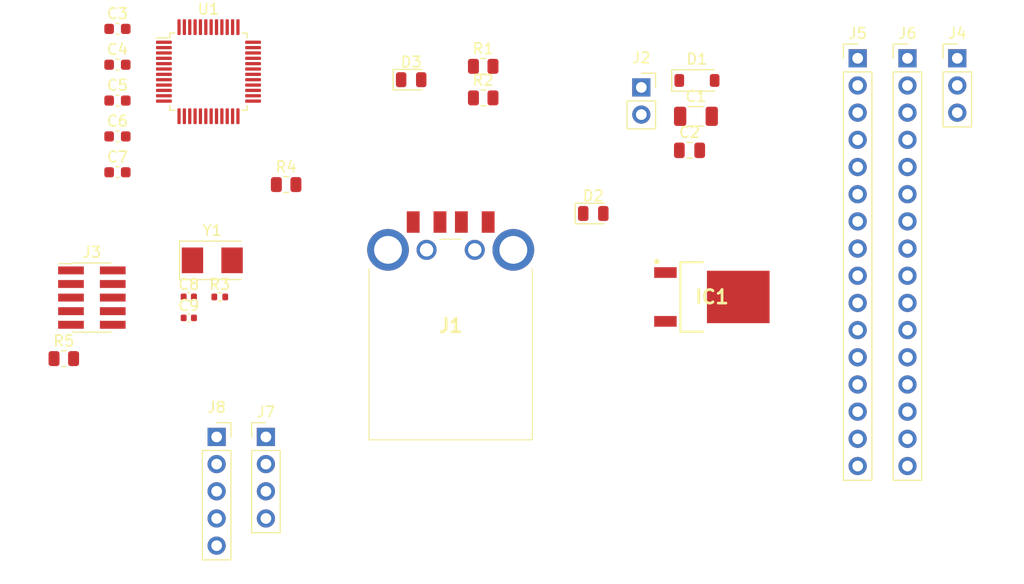
<source format=kicad_pcb>
(kicad_pcb (version 20221018) (generator pcbnew)
  (layers (0 "F.Cu" signal) (1 "In1.Cu" power) (2 "In2.Cu" power) (31 "B.Cu" signal) (34 "B.Paste" user) (35 "F.Paste" user) (36 "B.SilkS" user "B.Silkscreen") (37 "F.SilkS" user "F.Silkscreen") (38 "B.Mask" user) (39 "F.Mask" user) (44 "Edge.Cuts" user))
  (net 0 "")
  (net 1 "Net-(D1-K)")
  (net 2 "+3.3V")
  (net 3 "/USB_D-")
  (net 4 "GND")
  (net 9 "/3.3V")
  (net 10 "+5V")
  (net 11 "/USB_D+")
  (net 12 "PC13")
  (net 13 "PA13")
  (net 14 "Net-(U1-PD0)")
  (net 15 "Net-(C9-Pad1)")
  (net 16 "PA14")
  (net 17 "PB3")
  (net 18 "PA15")
  (net 19 "PC14")
  (net 20 "PC15")
  (net 21 "PB15")
  (net 22 "PB14")
  (net 23 "PB13")
  (net 24 "PB12")
  (net 25 "PB11")
  (net 26 "PB10")
  (net 27 "PB9")
  (net 28 "PB8")
  (net 29 "PB7")
  (net 30 "PB6")
  (net 31 "PB5")
  (net 32 "PB4")
  (net 33 "PB2")
  (net 34 "PB1")
  (net 35 "PB0")
  (net 36 "PA0")
  (net 37 "PA1")
  (net 38 "PA2")
  (net 40 "PA3")
  (net 41 "PA4")
  (net 42 "PA5")
  (net 43 "PA6")
  (net 44 "PA7")
  (net 46 "PA8")
  (net 47 "PA9")
  (net 48 "Net-(D3-K)")
  (net 49 "PA10")
  (net 50 "Net-(U1-PD1)")
  (net 51 "Net-(J3-Pin_10)")
  (net 52 "Net-(U1-BOOT0)")
  (footprint "Library:TO228P972X240-3N" (layer "F.Cu") (at 236.35 74.2)
    (fp_text reference "IC1" (at 0 0) (layer "F.SilkS") (effects (font (size 1.27 1.27) (thickness 0.254))))
    (fp_text value "LD1117DT33TR" hide)
    (fp_line (start -2.95 -3.25) (end -0.85 -3.25) (stroke (width 0.2)) (layer "F.SilkS"))
    (fp_line (start -2.95 3.25) (end -2.95 -3.25) (stroke (width 0.2)) (layer "F.SilkS"))
    (fp_line (start -0.85 3.25) (end -2.95 3.25) (stroke (width 0.2)) (layer "F.SilkS"))
    (fp_circle (center -5.15 -3.3) (end -5.15 -3.175) (stroke (width 0.25)) (fill none) (layer "F.SilkS"))
    (pad "1" smd rect (at -4.35 -2.28 90) (size 1 2.1) (layers "F.Cu" "F.Paste" "F.Mask") (net 4 "GND"))
    (pad "3" smd rect (at -4.35 2.28 90) (size 1 2.1) (layers "F.Cu" "F.Paste" "F.Mask") (net 1 "Net-(D1-K)"))
    (pad "4" smd rect (at 2.45 0 90) (size 4.9 5.85) (layers "F.Cu" "F.Paste" "F.Mask") (net 9 "/3.3V"))
  )
  (footprint "Capacitor_SMD:C_0603_1608Metric" (layer "F.Cu") (at 180.8375 59.2)
    (fp_text reference "C6" (at 0 -1.43) (layer "F.SilkS"))
    (fp_text value "100n")
    (fp_line (start -0.14058 -0.51) (end 0.14058 -0.51) (stroke (width 0.12)) (layer "F.SilkS"))
    (fp_line (start -0.14058 0.51) (end 0.14058 0.51) (stroke (width 0.12)) (layer "F.SilkS"))
    (pad "1" smd roundrect (at -0.775 0) (size 0.9 0.95) (layers "F.Cu" "F.Paste" "F.Mask") (net 2 "+3.3V"))
    (pad "2" smd roundrect (at 0.775 0) (size 0.9 0.95) (layers "F.Cu" "F.Paste" "F.Mask") (net 4 "GND"))
  )
  (footprint "Connector_PinHeader_2.54mm:PinHeader_1x16_P2.54mm_Vertical" (layer "F.Cu") (at 249.95 51.9)
    (fp_text reference "J5" (at 0 -2.33) (layer "F.SilkS"))
    (fp_text value "Conn_01x16_Pin")
    (fp_line (start -1.33 -1.33) (end 0 -1.33) (stroke (width 0.12)) (layer "F.SilkS"))
    (fp_line (start -1.33 0) (end -1.33 -1.33) (stroke (width 0.12)) (layer "F.SilkS"))
    (fp_line (start -1.33 1.27) (end -1.33 39.43) (stroke (width 0.12)) (layer "F.SilkS"))
    (fp_line (start -1.33 1.27) (end 1.33 1.27) (stroke (width 0.12)) (layer "F.SilkS"))
    (fp_line (start -1.33 39.43) (end 1.33 39.43) (stroke (width 0.12)) (layer "F.SilkS"))
    (fp_line (start 1.33 1.27) (end 1.33 39.43) (stroke (width 0.12)) (layer "F.SilkS"))
    (pad "1" thru_hole rect (at 0 0) (size 1.7 1.7) (drill 1) (layers "*.Cu" "*.Mask") (net 21 "PB15"))
    (pad "2" thru_hole oval (at 0 2.54) (size 1.7 1.7) (drill 1) (layers "*.Cu" "*.Mask") (net 22 "PB14"))
    (pad "3" thru_hole oval (at 0 5.08) (size 1.7 1.7) (drill 1) (layers "*.Cu" "*.Mask") (net 23 "PB13"))
    (pad "4" thru_hole oval (at 0 7.62) (size 1.7 1.7) (drill 1) (layers "*.Cu" "*.Mask") (net 24 "PB12"))
    (pad "5" thru_hole oval (at 0 10.16) (size 1.7 1.7) (drill 1) (layers "*.Cu" "*.Mask") (net 25 "PB11"))
    (pad "6" thru_hole oval (at 0 12.7) (size 1.7 1.7) (drill 1) (layers "*.Cu" "*.Mask") (net 26 "PB10"))
    (pad "7" thru_hole oval (at 0 15.24) (size 1.7 1.7) (drill 1) (layers "*.Cu" "*.Mask") (net 27 "PB9"))
    (pad "8" thru_hole oval (at 0 17.78) (size 1.7 1.7) (drill 1) (layers "*.Cu" "*.Mask") (net 28 "PB8"))
    (pad "9" thru_hole oval (at 0 20.32) (size 1.7 1.7) (drill 1) (layers "*.Cu" "*.Mask") (net 29 "PB7"))
    (pad "10" thru_hole oval (at 0 22.86) (size 1.7 1.7) (drill 1) (layers "*.Cu" "*.Mask") (net 30 "PB6"))
    (pad "11" thru_hole oval (at 0 25.4) (size 1.7 1.7) (drill 1) (layers "*.Cu" "*.Mask") (net 31 "PB5"))
    (pad "12" thru_hole oval (at 0 27.94) (size 1.7 1.7) (drill 1) (layers "*.Cu" "*.Mask") (net 32 "PB4"))
    (pad "13" thru_hole oval (at 0 30.48) (size 1.7 1.7) (drill 1) (layers "*.Cu" "*.Mask") (net 17 "PB3"))
    (pad "14" thru_hole oval (at 0 33.02) (size 1.7 1.7) (drill 1) (layers "*.Cu" "*.Mask") (net 33 "PB2"))
    (pad "15" thru_hole oval (at 0 35.56) (size 1.7 1.7) (drill 1) (layers "*.Cu" "*.Mask") (net 34 "PB1"))
    (pad "16" thru_hole oval (at 0 38.1) (size 1.7 1.7) (drill 1) (layers "*.Cu" "*.Mask") (net 35 "PB0"))
  )
  (footprint "LED_SMD:LED_0805_2012Metric" (layer "F.Cu") (at 208.2625 53.9)
    (fp_text reference "D3" (at 0 -1.65) (layer "F.SilkS"))
    (fp_text value "YELLOW")
    (fp_line (start -1.685 -0.96) (end -1.685 0.96) (stroke (width 0.12)) (layer "F.SilkS"))
    (fp_line (start -1.685 0.96) (end 1 0.96) (stroke (width 0.12)) (layer "F.SilkS"))
    (fp_line (start 1 -0.96) (end -1.685 -0.96) (stroke (width 0.12)) (layer "F.SilkS"))
    (pad "1" smd roundrect (at -0.9375 0) (size 0.975 1.4) (layers "F.Cu" "F.Paste" "F.Mask") (net 48 "Net-(D3-K)"))
    (pad "2" smd roundrect (at 0.9375 0) (size 0.975 1.4) (layers "F.Cu" "F.Paste" "F.Mask") (net 12 "PC13"))
  )
  (footprint "Resistor_SMD:R_0805_2012Metric" (layer "F.Cu") (at 214.9875 52.65)
    (fp_text reference "R1" (at 0 -1.65) (layer "F.SilkS"))
    (fp_text value "1k5")
    (fp_line (start -0.227064 -0.735) (end 0.227064 -0.735) (stroke (width 0.12)) (layer "F.SilkS"))
    (fp_line (start -0.227064 0.735) (end 0.227064 0.735) (stroke (width 0.12)) (layer "F.SilkS"))
    (pad "1" smd roundrect (at -0.9125 0) (size 1.025 1.4) (layers "F.Cu" "F.Paste" "F.Mask") (roundrect_rratio 0.243902) (net 2 "+3.3V"))
    (pad "2" smd roundrect (at 0.9125 0) (size 1.025 1.4) (layers "F.Cu" "F.Paste" "F.Mask") (roundrect_rratio 0.243902) (net 4 "GND"))
  )
  (footprint "Capacitor_SMD:C_0603_1608Metric" (layer "F.Cu") (at 180.8375 55.85)
    (fp_text reference "C5" (at 0 -1.43) (layer "F.SilkS"))
    (fp_text value "100n")
    (fp_line (start -0.14058 -0.51) (end 0.14058 -0.51) (stroke (width 0.12)) (layer "F.SilkS"))
    (fp_line (start -0.14058 0.51) (end 0.14058 0.51) (stroke (width 0.12)) (layer "F.SilkS"))
    (pad "1" smd roundrect (at -0.775 0) (size 0.9 0.95) (layers "F.Cu" "F.Paste" "F.Mask") (net 2 "+3.3V"))
    (pad "2" smd roundrect (at 0.775 0) (size 0.9 0.95) (layers "F.Cu" "F.Paste" "F.Mask") (net 4 "GND"))
  )
  (footprint "Capacitor_SMD:C_0805_2012Metric" (layer "F.Cu") (at 234.25 60.5)
    (fp_text reference "C2" (at 0 -1.68) (layer "F.SilkS"))
    (fp_text value "10u")
    (fp_line (start -0.261252 -0.735) (end 0.261252 -0.735) (stroke (width 0.12)) (layer "F.SilkS"))
    (fp_line (start -0.261252 0.735) (end 0.261252 0.735) (stroke (width 0.12)) (layer "F.SilkS"))
    (pad "1" smd roundrect (at -0.95 0) (size 1 1.45) (layers "F.Cu" "F.Paste" "F.Mask") (net 9 "/3.3V"))
    (pad "2" smd roundrect (at 0.95 0) (size 1 1.45) (layers "F.Cu" "F.Paste" "F.Mask") (net 4 "GND"))
  )
  (footprint "Connector_PinSocket_2.54mm:PinSocket_1x02_P2.54mm_Vertical" (layer "F.Cu") (at 229.75 54.62)
    (fp_text reference "J2" (at 0 -2.77) (layer "F.SilkS"))
    (fp_text value "Conn_01x02_Socket")
    (fp_line (start -1.33 1.27) (end -1.33 3.87) (stroke (width 0.12)) (layer "F.SilkS"))
    (fp_line (start -1.33 1.27) (end 1.33 1.27) (stroke (width 0.12)) (layer "F.SilkS"))
    (fp_line (start -1.33 3.87) (end 1.33 3.87) (stroke (width 0.12)) (layer "F.SilkS"))
    (fp_line (start 0 -1.33) (end 1.33 -1.33) (stroke (width 0.12)) (layer "F.SilkS"))
    (fp_line (start 1.33 -1.33) (end 1.33 0) (stroke (width 0.12)) (layer "F.SilkS"))
    (fp_line (start 1.33 1.27) (end 1.33 3.87) (stroke (width 0.12)) (layer "F.SilkS"))
    (pad "1" thru_hole rect (at 0 0) (size 1.7 1.7) (drill 1) (layers "*.Cu" "*.Mask") (net 10 "+5V"))
    (pad "2" thru_hole oval (at 0 2.54) (size 1.7 1.7) (drill 1) (layers "*.Cu" "*.Mask") (net 4 "GND"))
  )
  (footprint "Capacitor_SMD:C_0603_1608Metric" (layer "F.Cu") (at 180.8375 49.15)
    (fp_text reference "C3" (at 0 -1.43) (layer "F.SilkS"))
    (fp_text value "100n")
    (fp_line (start -0.14058 -0.51) (end 0.14058 -0.51) (stroke (width 0.12)) (layer "F.SilkS"))
    (fp_line (start -0.14058 0.51) (end 0.14058 0.51) (stroke (width 0.12)) (layer "F.SilkS"))
    (pad "1" smd roundrect (at -0.775 0) (size 0.9 0.95) (layers "F.Cu" "F.Paste" "F.Mask") (net 2 "+3.3V"))
    (pad "2" smd roundrect (at 0.775 0) (size 0.9 0.95) (layers "F.Cu" "F.Paste" "F.Mask") (net 4 "GND"))
  )
  (footprint "Connector_PinHeader_2.54mm:PinHeader_1x16_P2.54mm_Vertical" (layer "F.Cu") (at 254.6 51.9)
    (fp_text reference "J6" (at 0 -2.33) (layer "F.SilkS"))
    (fp_text value "Conn_01x16_Pin")
    (fp_line (start -1.33 -1.33) (end 0 -1.33) (stroke (width 0.12)) (layer "F.SilkS"))
    (fp_line (start -1.33 0) (end -1.33 -1.33) (stroke (width 0.12)) (layer "F.SilkS"))
    (fp_line (start -1.33 1.27) (end -1.33 39.43) (stroke (width 0.12)) (layer "F.SilkS"))
    (fp_line (start -1.33 1.27) (end 1.33 1.27) (stroke (width 0.12)) (layer "F.SilkS"))
    (fp_line (start -1.33 39.43) (end 1.33 39.43) (stroke (width 0.12)) (layer "F.SilkS"))
    (fp_line (start 1.33 1.27) (end 1.33 39.43) (stroke (width 0.12)) (layer "F.SilkS"))
    (pad "1" thru_hole rect (at 0 0) (size 1.7 1.7) (drill 1) (layers "*.Cu" "*.Mask") (net 36 "PA0"))
    (pad "2" thru_hole oval (at 0 2.54) (size 1.7 1.7) (drill 1) (layers "*.Cu" "*.Mask") (net 37 "PA1"))
    (pad "3" thru_hole oval (at 0 5.08) (size 1.7 1.7) (drill 1) (layers "*.Cu" "*.Mask") (net 38 "PA2"))
    (pad "4" thru_hole oval (at 0 7.62) (size 1.7 1.7) (drill 1) (layers "*.Cu" "*.Mask") (net 40 "PA3"))
    (pad "5" thru_hole oval (at 0 10.16) (size 1.7 1.7) (drill 1) (layers "*.Cu" "*.Mask") (net 41 "PA4"))
    (pad "6" thru_hole oval (at 0 12.7) (size 1.7 1.7) (drill 1) (layers "*.Cu" "*.Mask") (net 42 "PA5"))
    (pad "7" thru_hole oval (at 0 15.24) (size 1.7 1.7) (drill 1) (layers "*.Cu" "*.Mask") (net 43 "PA6"))
    (pad "8" thru_hole oval (at 0 17.78) (size 1.7 1.7) (drill 1) (layers "*.Cu" "*.Mask") (net 44 "PA7"))
    (pad "9" thru_hole oval (at 0 20.32) (size 1.7 1.7) (drill 1) (layers "*.Cu" "*.Mask") (net 46 "PA8"))
    (pad "10" thru_hole oval (at 0 22.86) (size 1.7 1.7) (drill 1) (layers "*.Cu" "*.Mask") (net 47 "PA9"))
    (pad "11" thru_hole oval (at 0 25.4) (size 1.7 1.7) (drill 1) (layers "*.Cu" "*.Mask") (net 49 "PA10"))
    (pad "12" thru_hole oval (at 0 27.94) (size 1.7 1.7) (drill 1) (layers "*.Cu" "*.Mask"))
    (pad "13" thru_hole oval (at 0 30.48) (size 1.7 1.7) (drill 1) (layers "*.Cu" "*.Mask"))
    (pad "14" thru_hole oval (at 0 33.02) (size 1.7 1.7) (drill 1) (layers "*.Cu" "*.Mask") (net 13 "PA13"))
    (pad "15" thru_hole oval (at 0 35.56) (size 1.7 1.7) (drill 1) (layers "*.Cu" "*.Mask") (net 16 "PA14"))
    (pad "16" thru_hole oval (at 0 38.1) (size 1.7 1.7) (drill 1) (layers "*.Cu" "*.Mask") (net 18 "PA15"))
  )
  (footprint "Connector_PinHeader_1.27mm:PinHeader_2x05_P1.27mm_Vertical_SMD" (layer "F.Cu") (at 178.45 74.26)
    (fp_text reference "J3" (at 0 -4.235) (layer "F.SilkS"))
    (fp_text value "Conn_02x05_Odd_Even")
    (fp_line (start -3.09 -3.17) (end -1.765 -3.17) (stroke (width 0.12)) (layer "F.SilkS"))
    (fp_line (start -1.765 -3.235) (end -1.765 -3.17) (stroke (width 0.12)) (layer "F.SilkS"))
    (fp_line (start -1.765 -3.235) (end 1.765 -3.235) (stroke (width 0.12)) (layer "F.SilkS"))
    (fp_line (start -1.765 3.17) (end -1.765 3.235) (stroke (width 0.12)) (layer "F.SilkS"))
    (fp_line (start -1.765 3.235) (end 1.765 3.235) (stroke (width 0.12)) (layer "F.SilkS"))
    (fp_line (start 1.765 -3.235) (end 1.765 -3.17) (stroke (width 0.12)) (layer "F.SilkS"))
    (fp_line (start 1.765 3.17) (end 1.765 3.235) (stroke (width 0.12)) (layer "F.SilkS"))
    (pad "1" smd rect (at -1.95 -2.54) (size 2.4 0.74) (layers "F.Cu" "F.Paste" "F.Mask") (net 2 "+3.3V"))
    (pad "2" smd rect (at 1.95 -2.54) (size 2.4 0.74) (layers "F.Cu" "F.Paste" "F.Mask") (net 13 "PA13"))
    (pad "3" smd rect (at -1.95 -1.27) (size 2.4 0.74) (layers "F.Cu" "F.Paste" "F.Mask") (net 4 "GND"))
    (pad "4" smd rect (at 1.95 -1.27) (size 2.4 0.74) (layers "F.Cu" "F.Paste" "F.Mask") (net 16 "PA14"))
    (pad "5" smd rect (at -1.95 0) (size 2.4 0.74) (layers "F.Cu" "F.Paste" "F.Mask") (net 4 "GND"))
    (pad "6" smd rect (at 1.95 0) (size 2.4 0.74) (layers "F.Cu" "F.Paste" "F.Mask") (net 17 "PB3"))
    (pad "7" smd rect (at -1.95 1.27) (size 2.4 0.74) (layers "F.Cu" "F.Paste" "F.Mask"))
    (pad "8" smd rect (at 1.95 1.27) (size 2.4 0.74) (layers "F.Cu" "F.Paste" "F.Mask") (net 18 "PA15"))
    (pad "9" smd rect (at -1.95 2.54) (size 2.4 0.74) (layers "F.Cu" "F.Paste" "F.Mask"))
    (pad "10" smd rect (at 1.95 2.54) (size 2.4 0.74) (layers "F.Cu" "F.Paste" "F.Mask") (net 51 "Net-(J3-Pin_10)"))
  )
  (footprint "Capacitor_SMD:C_1206_3216Metric" (layer "F.Cu") (at 234.85 57.32)
    (fp_text reference "C1" (at 0 -1.85) (layer "F.SilkS"))
    (fp_text value "100n")
    (fp_line (start -0.711252 -0.91) (end 0.711252 -0.91) (stroke (width 0.12)) (layer "F.SilkS"))
    (fp_line (start -0.711252 0.91) (end 0.711252 0.91) (stroke (width 0.12)) (layer "F.SilkS"))
    (pad "1" smd roundrect (at -1.475 0) (size 1.15 1.8) (layers "F.Cu" "F.Paste" "F.Mask") (roundrect_rratio 0.217391) (net 1 "Net-(D1-K)"))
    (pad "2" smd roundrect (at 1.475 0) (size 1.15 1.8) (layers "F.Cu" "F.Paste" "F.Mask") (roundrect_rratio 0.217391) (net 4 "GND"))
  )
  (footprint "Capacitor_SMD:C_0603_1608Metric" (layer "F.Cu") (at 180.8375 52.5)
    (fp_text reference "C4" (at 0 -1.43) (layer "F.SilkS"))
    (fp_text value "100n")
    (fp_line (start -0.14058 -0.51) (end 0.14058 -0.51) (stroke (width 0.12)) (layer "F.SilkS"))
    (fp_line (start -0.14058 0.51) (end 0.14058 0.51) (stroke (width 0.12)) (layer "F.SilkS"))
    (pad "1" smd roundrect (at -0.775 0) (size 0.9 0.95) (layers "F.Cu" "F.Paste" "F.Mask") (net 2 "+3.3V"))
    (pad "2" smd roundrect (at 0.775 0) (size 0.9 0.95) (layers "F.Cu" "F.Paste" "F.Mask") (net 4 "GND"))
  )
  (footprint "Capacitor_SMD:C_0402_1005Metric" (layer "F.Cu") (at 187.5 76.16)
    (fp_text reference "C9" (at 0 -1.16) (layer "F.SilkS"))
    (fp_text value "27p")
    (fp_line (start -0.107836 -0.36) (end 0.107836 -0.36) (stroke (width 0.12)) (layer "F.SilkS"))
    (fp_line (start -0.107836 0.36) (end 0.107836 0.36) (stroke (width 0.12)) (layer "F.SilkS"))
    (pad "1" smd roundrect (at -0.48 0) (size 0.56 0.62) (layers "F.Cu" "F.Paste" "F.Mask") (net 15 "Net-(C9-Pad1)"))
    (pad "2" smd roundrect (at 0.48 0) (size 0.56 0.62) (layers "F.Cu" "F.Paste" "F.Mask") (net 4 "GND"))
  )
  (footprint "Connector_PinHeader_2.54mm:PinHeader_1x04_P2.54mm_Vertical" (layer "F.Cu") (at 194.7 87.28)
    (fp_text reference "J7" (at 0 -2.33) (layer "F.SilkS"))
    (fp_text value "Conn_01x04_Pin")
    (fp_line (start -1.33 -1.33) (end 0 -1.33) (stroke (width 0.12)) (layer "F.SilkS"))
    (fp_line (start -1.33 0) (end -1.33 -1.33) (stroke (width 0.12)) (layer "F.SilkS"))
    (fp_line (start -1.33 1.27) (end -1.33 8.95) (stroke (width 0.12)) (layer "F.SilkS"))
    (fp_line (start -1.33 1.27) (end 1.33 1.27) (stroke (width 0.12)) (layer "F.SilkS"))
    (fp_line (start -1.33 8.95) (end 1.33 8.95) (stroke (width 0.12)) (layer "F.SilkS"))
    (fp_line (start 1.33 1.27) (end 1.33 8.95) (stroke (width 0.12)) (layer "F.SilkS"))
    (pad "1" thru_hole rect (at 0 0) (size 1.7 1.7) (drill 1) (layers "*.Cu" "*.Mask") (net 2 "+3.3V"))
    (pad "2" thru_hole oval (at 0 2.54) (size 1.7 1.7) (drill 1) (layers "*.Cu" "*.Mask") (net 22 "PB14"))
    (pad "3" thru_hole oval (at 0 5.08) (size 1.7 1.7) (drill 1) (layers "*.Cu" "*.Mask") (net 23 "PB13"))
    (pad "4" thru_hole oval (at 0 7.62) (size 1.7 1.7) (drill 1) (layers "*.Cu" "*.Mask") (net 4 "GND"))
  )
  (footprint "Package_QFP:LQFP-48_7x7mm_P0.5mm" (layer "F.Cu") (at 189.3375 53.15)
    (fp_text reference "U1" (at 0 -5.85) (layer "F.SilkS"))
    (fp_text value "STM32F103C8T6")
    (fp_line (start -3.61 -3.61) (end -3.61 -3.16) (stroke (width 0.12)) (layer "F.SilkS"))
    (fp_line (start -3.61 -3.16) (end -4.9 -3.16) (stroke (width 0.12)) (layer "F.SilkS"))
    (fp_line (start -3.61 3.61) (end -3.61 3.16) (stroke (width 0.12)) (layer "F.SilkS"))
    (fp_line (start -3.16 -3.61) (end -3.61 -3.61) (stroke (width 0.12)) (layer "F.SilkS"))
    (fp_line (start -3.16 3.61) (end -3.61 3.61) (stroke (width 0.12)) (layer "F.SilkS"))
    (fp_line (start 3.16 -3.61) (end 3.61 -3.61) (stroke (width 0.12)) (layer "F.SilkS"))
    (fp_line (start 3.16 3.61) (end 3.61 3.61) (stroke (width 0.12)) (layer "F.SilkS"))
    (fp_line (start 3.61 -3.61) (end 3.61 -3.16) (stroke (width 0.12)) (layer "F.SilkS"))
    (fp_line (start 3.61 3.61) (end 3.61 3.16) (stroke (width 0.12)) (layer "F.SilkS"))
    (pad "1" smd roundrect (at -4.1625 -2.75) (size 1.475 0.3) (layers "F.Cu" "F.Paste" "F.Mask") (net 2 "+3.3V"))
    (pad "2" smd roundrect (at -4.1625 -2.25) (size 1.475 0.3) (layers "F.Cu" "F.Paste" "F.Mask") (net 12 "PC13"))
    (pad "3" smd roundrect (at -4.1625 -1.75) (size 1.475 0.3) (layers "F.Cu" "F.Paste" "F.Mask") (net 19 "PC14"))
    (pad "4" smd roundrect (at -4.1625 -1.25) (size 1.475 0.3) (layers "F.Cu" "F.Paste" "F.Mask") (net 20 "PC15"))
    (pad "5" smd roundrect (at -4.1625 -0.75) (size 1.475 0.3) (layers "F.Cu" "F.Paste" "F.Mask") (net 14 "Net-(U1-PD0)"))
    (pad "6" smd roundrect (at -4.1625 -0.25) (size 1.475 0.3) (layers "F.Cu" "F.Paste" "F.Mask") (net 50 "Net-(U1-PD1)"))
    (pad "7" smd roundrect (at -4.1625 0.25) (size 1.475 0.3) (layers "F.Cu" "F.Paste" "F.Mask") (net 51 "Net-(J3-Pin_10)"))
    (pad "8" smd roundrect (at -4.1625 0.75) (size 1.475 0.3) (layers "F.Cu" "F.Paste" "F.Mask") (net 4 "GND"))
    (pad "9" smd roundrect (at -4.1625 1.25) (size 1.475 0.3) (layers "F.Cu" "F.Paste" "F.Mask") (net 2 "+3.3V"))
    (pad "10" smd roundrect (at -4.1625 1.75) (size 1.475 0.3) (layers "F.Cu" "F.Paste" "F.Mask") (net 36 "PA0"))
    (pad "11" smd roundrect (at -4.1625 2.25) (size 1.475 0.3) (layers "F.Cu" "F.Paste" "F.Mask") (net 37 "PA1"))
    (pad "12" smd roundrect (at -4.1625 2.75) (size 1.475 0.3) (layers "F.Cu" "F.Paste" "F.Mask") (net 38 "PA2"))
    (pad "13" smd roundrect (at -2.75 4.1625) (size 0.3 1.475) (layers "F.Cu" "F.Paste" "F.Mask") (net 40 "PA3"))
    (pad "14" smd roundrect (at -2.25 4.1625) (size 0.3 1.475) (layers "F.Cu" "F.Paste" "F.Mask") (net 41 "PA4"))
    (pad "15" smd roundrect (at -1.75 4.1625) (size 0.3 1.475) (layers "F.Cu" "F.Paste" "F.Mask") (net 42 "PA5"))
    (pad "16" smd roundrect (at -1.25 4.1625) (size 0.3 1.475) (layers "F.Cu" "F.Paste" "F.Mask") (net 43 "PA6"))
    (pad "17" smd roundrect (at -0.75 4.1625) (size 0.3 1.475) (layers "F.Cu" "F.Paste" "F.Mask") (net 44 "PA7"))
    (pad "18" smd roundrect (at -0.25 4.1625) (size 0.3 1.475) (layers "F.Cu" "F.Paste" "F.Mask") (net 35 "PB0"))
    (pad "19" smd roundrect (at 0.25 4.1625) (size 0.3 1.475) (layers "F.Cu" "F.Paste" "F.Mask") (net 34 "PB1"))
    (pad "20" smd roundrect (at 0.75 4.1625) (size 0.3 1.475) (layers "F.Cu" "F.Paste" "F.Mask") (net 33 "PB2"))
    (pad "21" smd roundrect (at 1.25 4.1625) (size 0.3 1.475) (layers "F.Cu" "F.Paste" "F.Mask") (net 26 "PB10"))
    (pad "22" smd roundrect (at 1.75 4.1625) (size 0.3 1.475) (layers "F.Cu" "F.Paste" "F.Mask") (net 25 "PB11"))
    (pad "23" smd roundrect (at 2.25 4.1625) (size 0.3 1.475) (layers "F.Cu" "F.Paste" "F.Mask") (net 4 "GND"))
    (pad "24" smd roundrect (at 2.75 4.1625) (size 0.3 1.475) (layers "F.Cu" "F.Paste" "F.Mask") (net 2 "+3.3V"))
    (pad "25" smd roundrect (at 4.1625 2.75) (size 1.475 0.3) (layers "F.Cu" "F.Paste" "F.Mask") (net 24 "PB12"))
    (pad "26" smd roundrect (at 4.1625 2.25) (size 1.475 0.3) (layers "F.Cu" "F.Paste" "F.Mask") (net 23 "PB13"))
    (pad "27" smd roundrect (at 4.1625 1.75) (size 1.475 0.3) (layers "F.Cu" "F.Paste" "F.Mask") (net 22 "PB14"))
    (pad "28" smd roundrect (at 4.1625 1.25) (size 1.475 0.3) (layers "F.Cu" "F.Paste" "F.Mask") (net 21 "PB15"))
    (pad "29" smd roundrect (at 4.1625 0.75) (size 1.475 0.3) (layers "F.Cu" "F.Paste" "F.Mask") (net 46 "PA8"))
    (pad "30" smd roundrect (at 4.1625 0.25) (size 1.475 0.3) (layers "F.Cu" "F.Paste" "F.Mask") (net 47 "PA9"))
    (pad "31" smd roundrect (at 4.1625 -0.25) (size 1.475 0.3) (layers "F.Cu" "F.Paste" "F.Mask") (net 49 "PA10"))
    (pad "32" smd roundrect (at 4.1625 -0.75) (size 1.475 0.3) (layers "F.Cu" "F.Paste" "F.Mask") (net 3 "/USB_D-"))
    (pad "33" smd roundrect (at 4.1625 -1.25) (size 1.475 0.3) (layers "F.Cu" "F.Paste" "F.Mask") (net 11 "/USB_D+"))
    (pad "34" smd roundrect (at 4.1625 -1.75) (size 1.475 0.3) (layers "F.Cu" "F.Paste" "F.Mask") (net 13 "PA13"))
    (pad "35" smd roundrect (at 4.1625 -2.25) (size 1.475 0.3) (layers "F.Cu" "F.Paste" "F.Mask") (net 4 "GND"))
    (pad "36" smd roundrect (at 4.1625 -2.75) (size 1.475 0.3) (layers "F.Cu" "F.Paste" "F.Mask") (net 2 "+3.3V"))
    (pad "37" smd roundrect (at 2.75 -4.1625) (size 0.3 1.475) (layers "F.Cu" "F.Paste" "F.Mask") (net 16 "PA14"))
    (pad "38" smd roundrect (at 2.25 -4.1625) (size 0.3 1.475) (layers "F.Cu" "F.Paste" "F.Mask") (net 18 "PA15"))
    (pad "39" smd roundrect (at 1.75 -4.1625) (size 0.3 1.475) (layers "F.Cu" "F.Paste" "F.Mask") (net 17 "PB3"))
    (pad "40" smd roundrect (at 1.25 -4.1625) (size 0.3 1.475) (layers "F.Cu" "F.Paste" "F.Mask") (net 32 "PB4"))
    (pad "41" smd roundrect (at 0.75 -4.1625) (size 0.3 1.475) (layers "F.Cu" "F.Paste" "F.Mask") (net 31 "PB5"))
    (pad "42" smd roundrect (at 0.25 -4.1625) (size 0.3 1.475) (layers "F.Cu" "F.Paste" "F.Mask") (net 30 "PB6"))
    (pad "43" smd roundrect (at -0.25 -4.1625) (size 0.3 1.475) (layers "F.Cu" "F.Paste" "F.Mask") (net 29 "PB7"))
    (pad "44" smd roundrect (at -0.75 -4.1625) (size 0.3 1.475) (layers "F.Cu" "F.Paste" "F.Mask") (net 52 "Net-(U1-BOOT0)"))
    (pad "45" smd roundrect (at -1.25 -4.1625) (size 0.3 1.475) (layers "F.Cu" "F.Paste" "F.Mask") (net 28 "PB8"))
    (pad "46" smd roundrect (at -1.75 -4.1625) (size 0.3 1.475) (layers "F.Cu" "F.Paste" "F.Mask") (net 27 "PB9"))
    (pad "47" smd roundrect (at -2.25 -4.1625) (size 0.3 1.475) (layers "F.Cu" "F.Paste" "F.Mask") (net 4 "GND"))
    (pad "48" smd roundrect (at -2.75 -4.1625) (size 0.3 1.475) (layers "F.Cu" "F.Paste" "F.Mask") (net 2 "+3.3V"))
  )
  (footprint "Crystal:Crystal_SMD_5032-2Pin_5.0x3.2mm" (layer "F.Cu") (at 189.69 70.78)
    (fp_text reference "Y1" (at 0 -2.8) (layer "F.SilkS"))
    (fp_text value "8MHz 20pF")
    (fp_line (start -3.05 -1.8) (end -3.05 1.8) (stroke (width 0.12)) (layer "F.SilkS"))
    (fp_line (start -3.05 1.8) (end 2.7 1.8) (stroke (width 0.12)) (layer "F.SilkS"))
    (fp_line (start 2.7 -1.8) (end -3.05 -1.8) (stroke (width 0.12)) (layer "F.SilkS"))
    (pad "1" smd rect (at -1.85 0) (size 2 2.4) (layers "F.Cu" "F.Paste" "F.Mask") (net 15 "Net-(C9-Pad1)"))
    (pad "2" smd rect (at 1.85 0) (size 2 2.4) (layers "F.Cu" "F.Paste" "F.Mask") (net 14 "Net-(U1-PD0)"))
  )
  (footprint "Diode_SMD:D_SOD-123" (layer "F.Cu") (at 234.945 53.97)
    (fp_text reference "D1" (at 0 -2) (layer "F.SilkS"))
    (fp_text value "D_Schottky")
    (fp_line (start -2.36 -1) (end -2.36 1) (stroke (width 0.12)) (layer "F.SilkS"))
    (fp_line (start -2.36 -1) (end 1.65 -1) (stroke (width 0.12)) (layer "F.SilkS"))
    (fp_line (start -2.36 1) (end 1.65 1) (stroke (width 0.12)) (layer "F.SilkS"))
    (pad "1" smd roundrect (at -1.65 0) (size 0.9 1.2) (layers "F.Cu" "F.Paste" "F.Mask") (net 1 "Net-(D1-K)"))
    (pad "2" smd roundrect (at 1.65 0) (size 0.9 1.2) (layers "F.Cu" "F.Paste" "F.Mask") (net 10 "+5V"))
  )
  (footprint "Resistor_SMD:R_0805_2012Metric" (layer "F.Cu") (at 196.5875 63.7)
    (fp_text reference "R4" (at 0 -1.65) (layer "F.SilkS"))
    (fp_text value "1k5")
    (fp_line (start -0.227064 -0.735) (end 0.227064 -0.735) (stroke (width 0.12)) (layer "F.SilkS"))
    (fp_line (start -0.227064 0.735) (end 0.227064 0.735) (stroke (width 0.12)) (layer "F.SilkS"))
    (pad "1" smd roundrect (at -0.9125 0) (size 1.025 1.4) (layers "F.Cu" "F.Paste" "F.Mask") (roundrect_rratio 0.243902) (net 2 "+3.3V"))
    (pad "2" smd roundrect (at 0.9125 0) (size 1.025 1.4) (layers "F.Cu" "F.Paste" "F.Mask") (roundrect_rratio 0.243902) (net 11 "/USB_D+"))
  )
  (footprint "Connector_PinSocket_2.54mm:PinSocket_1x05_P2.54mm_Vertical" (layer "F.Cu") (at 190.1 87.28)
    (fp_text reference "J8" (at 0 -2.77) (layer "F.SilkS"))
    (fp_text value "Conn_01x05_Socket")
    (fp_line (start -1.33 1.27) (end -1.33 11.49) (stroke (width 0.12)) (layer "F.SilkS"))
    (fp_line (start -1.33 1.27) (end 1.33 1.27) (stroke (width 0.12)) (layer "F.SilkS"))
    (fp_line (start -1.33 11.49) (end 1.33 11.49) (stroke (width 0.12)) (layer "F.SilkS"))
    (fp_line (start 0 -1.33) (end 1.33 -1.33) (stroke (width 0.12)) (layer "F.SilkS"))
    (fp_line (start 1.33 -1.33) (end 1.33 0) (stroke (width 0.12)) (layer "F.SilkS"))
    (fp_line (start 1.33 1.27) (end 1.33 11.49) (stroke (width 0.12)) (layer "F.SilkS"))
    (pad "1" thru_hole rect (at 0 0) (size 1.7 1.7) (drill 1) (layers "*.Cu" "*.Mask") (net 17 "PB3"))
    (pad "2" thru_hole oval (at 0 2.54) (size 1.7 1.7) (drill 1) (layers "*.Cu" "*.Mask") (net 2 "+3.3V"))
    (pad "3" thru_hole oval (at 0 5.08) (size 1.7 1.7) (drill 1) (layers "*.Cu" "*.Mask") (net 13 "PA13"))
    (pad "4" thru_hole oval (at 0 7.62) (size 1.7 1.7) (drill 1) (layers "*.Cu" "*.Mask") (net 16 "PA14"))
    (pad "5" thru_hole oval (at 0 10.16) (size 1.7 1.7) (drill 1) (layers "*.Cu" "*.Mask") (net 4 "GND"))
  )
  (footprint "LED_SMD:LED_0805_2012Metric" (layer "F.Cu") (at 225.2625 66.4)
    (fp_text reference "D2" (at 0 -1.65) (layer "F.SilkS"))
    (fp_text value "RED")
    (fp_line (start -1.685 -0.96) (end -1.685 0.96) (stroke (width 0.12)) (layer "F.SilkS"))
    (fp_line (start -1.685 0.96) (end 1 0.96) (stroke (width 0.12)) (layer "F.SilkS"))
    (fp_line (start 1 -0.96) (end -1.685 -0.96) (stroke (width 0.12)) (layer "F.SilkS"))
    (pad "1" smd roundrect (at -0.9375 0) (size 0.975 1.4) (layers "F.Cu" "F.Paste" "F.Mask") (net 2 "+3.3V"))
    (pad "2" smd roundrect (at 0.9375 0) (size 0.975 1.4) (layers "F.Cu" "F.Paste" "F.Mask") (net 9 "/3.3V"))
  )
  (footprint "Resistor_SMD:R_0805_2012Metric" (layer "F.Cu") (at 175.83 79.96)
    (fp_text reference "R5" (at 0 -1.65) (layer "F.SilkS"))
    (fp_text value "1k5")
    (fp_line (start -0.227064 -0.735) (end 0.227064 -0.735) (stroke (width 0.12)) (layer "F.SilkS"))
    (fp_line (start -0.227064 0.735) (end 0.227064 0.735) (stroke (width 0.12)) (layer "F.SilkS"))
    (pad "1" smd roundrect (at -0.9125 0) (size 1.025 1.4) (layers "F.Cu" "F.Paste" "F.Mask") (roundrect_rratio 0.243902) (net 52 "Net-(U1-BOOT0)"))
    (pad "2" smd roundrect (at 0.9125 0) (size 1.025 1.4) (layers "F.Cu" "F.Paste" "F.Mask") (roundrect_rratio 0.243902) (net 4 "GND"))
  )
  (footprint "Capacitor_SMD:C_0402_1005Metric" (layer "F.Cu") (at 187.5 74.19)
    (fp_text reference "C8" (at 0 -1.16) (layer "F.SilkS"))
    (fp_text value "27p")
    (fp_line (start -0.107836 -0.36) (end 0.107836 -0.36) (stroke (width 0.12)) (layer "F.SilkS"))
    (fp_line (start -0.107836 0.36) (end 0.107836 0.36) (stroke (width 0.12)) (layer "F.SilkS"))
    (pad "1" smd roundrect (at -0.48 0) (size 0.56 0.62) (layers "F.Cu" "F.Paste" "F.Mask") (net 14 "Net-(U1-PD0)"))
    (pad "2" smd roundrect (at 0.48 0) (size 0.56 0.62) (layers "F.Cu" "F.Paste" "F.Mask") (net 4 "GND"))
  )
  (footprint "Connector_PinHeader_2.54mm:PinHeader_1x03_P2.54mm_Vertical" (layer "F.Cu") (at 259.25 51.9)
    (fp_text reference "J4" (at 0 -2.33) (layer "F.SilkS"))
    (fp_text value "Conn_01x03_Pin")
    (fp_line (start -1.33 -1.33) (end 0 -1.33) (stroke (width 0.12)) (layer "F.SilkS"))
    (fp_line (start -1.33 0) (end -1.33 -1.33) (stroke (width 0.12)) (layer "F.SilkS"))
    (fp_line (start -1.33 1.27) (end -1.33 6.41) (stroke (width 0.12)) (layer "F.SilkS"))
    (fp_line (start -1.33 1.27) (end 1.33 1.27) (stroke (width 0.12)) (layer "F.SilkS"))
    (fp_line (start -1.33 6.41) (end 1.33 6.41) (stroke (width 0.12)) (layer "F.SilkS"))
    (fp_line (start 1.33 1.27) (end 1.33 6.41) (stroke (width 0.12)) (layer "F.SilkS"))
    (pad "1" thru_hole rect (at 0 0) (size 1.7 1.7) (drill 1) (layers "*.Cu" "*.Mask") (net 12 "PC13"))
    (pad "2" thru_hole oval (at 0 2.54) (size 1.7 1.7) (drill 1) (layers "*.Cu" "*.Mask") (net 19 "PC14"))
    (pad "3" thru_hole oval (at 0 5.08) (size 1.7 1.7) (drill 1) (layers "*.Cu" "*.Mask") (net 20 "PC15"))
  )
  (footprint "Capacitor_SMD:C_0603_1608Metric" (layer "F.Cu") (at 180.8375 62.55)
    (fp_text reference "C7" (at 0 -1.43) (layer "F.SilkS"))
    (fp_text value "100n")
    (fp_line (start -0.14058 -0.51) (end 0.14058 -0.51) (stroke (width 0.12)) (layer "F.SilkS"))
    (fp_line (start -0.14058 0.51) (end 0.14058 0.51) (stroke (width 0.12)) (layer "F.SilkS"))
    (pad "1" smd roundrect (at -0.775 0) (size 0.9 0.95) (layers "F.Cu" "F.Paste" "F.Mask") (net 2 "+3.3V"))
    (pad "2" smd roundrect (at 0.775 0) (size 0.9 0.95) (layers "F.Cu" "F.Paste" "F.Mask") (net 4 "GND"))
  )
  (footprint "Resistor_SMD:R_0402_1005Metric" (layer "F.Cu") (at 190.39 74.2)
    (fp_text reference "R3" (at 0 -1.17) (layer "F.SilkS"))
    (fp_text value "47")
    (fp_line (start -0.153641 -0.38) (end 0.153641 -0.38) (stroke (width 0.12)) (layer "F.SilkS"))
    (fp_line (start -0.153641 0.38) (end 0.153641 0.38) (stroke (width 0.12)) (layer "F.SilkS"))
    (pad "1" smd roundrect (at -0.51 0) (size 0.54 0.64) (layers "F.Cu" "F.Paste" "F.Mask") (net 15 "Net-(C9-Pad1)"))
    (pad "2" smd roundrect (at 0.51 0) (size 0.54 0.64) (layers "F.Cu" "F.Paste" "F.Mask") (net 50 "Net-(U1-PD1)"))
  )
  (footprint "Resistor_SMD:R_0805_2012Metric" (layer "F.Cu") (at 214.9875 55.6)
    (fp_text reference "R2" (at 0 -1.65) (layer "F.SilkS"))
    (fp_text value "1k5")
    (fp_line (start -0.227064 -0.735) (end 0.227064 -0.735) (stroke (width 0.12)) (layer "F.SilkS"))
    (fp_line (start -0.227064 0.735) (end 0.227064 0.735) (stroke (width 0.12)) (layer "F.SilkS"))
    (pad "1" smd roundrect (at -0.9125 0) (size 1.025 1.4) (layers "F.Cu" "F.Paste" "F.Mask") (roundrect_rratio 0.243902) (net 48 "Net-(D3-K)"))
    (pad "2" smd roundrect (at 0.9125 0) (size 1.025 1.4) (layers "F.Cu" "F.Paste" "F.Mask") (roundrect_rratio 0.243902) (net 4 "GND"))
  )
  (footprint "Library:0480372200" (layer "F.Cu") (at 211.95 77.375)
    (fp_text reference "J1" (at 0 -0.5) (layer "F.SilkS") (effects (font (size 1.27 1.27) (thickness 0.254))))
    (fp_text value "0480372200" hide)
    (fp_line (start -7.62 -5.825) (end -7.62 10.175) (stroke (width 0.1)) (layer "F.SilkS"))
    (fp_line (start -7.62 10.175) (end 7.62 10.175) (stroke (width 0.1)) (layer "F.SilkS"))
    (fp_line (start -1 -8.575) (end 1 -8.575) (stroke (width 0.1)) (layer "F.SilkS"))
    (fp_line (start 7.62 10.175) (end 7.62 -5.825) (stroke (width 0.1)) (layer "F.SilkS"))
    (pad "1" smd rect (at 3.5 -10.175) (size 1.2 2) (layers "F.Cu" "F.Paste" "F.Mask") (net 10 "+5V"))
    (pad "2" smd rect (at 1 -10.175) (size 1.2 2) (layers "F.Cu" "F.Paste" "F.Mask") (net 3 "/USB_D-"))
    (pad "3" smd rect (at -1 -10.175) (size 1.2 2) (layers "F.Cu" "F.Paste" "F.Mask") (net 11 "/USB_D+"))
    (pad "4" smd rect (at -3.5 -10.175) (size 1.2 2) (layers "F.Cu" "F.Paste" "F.Mask") (net 4 "GND"))
    (pad "5" thru_hole circle (at -2.25 -7.575) (size 1.875 1.875) (drill 1.25) (layers "*.Cu" "*.Mask"))
    (pad "6" thru_hole circle (at 2.25 -7.575) (size 1.875 1.875) (drill 1.25) (layers "*.Cu" "*.Mask"))
    (pad "7" thru_hole circle (at -5.85 -7.575) (size 3.894 3.894) (drill 2.5962) (layers "*.Cu" "*.Mask"))
    (pad "8" thru_hole circle (at 5.85 -7.575) (size 3.894 3.894) (drill 2.5962) (layers "*.Cu" "*.Mask"))
  )
)
</source>
